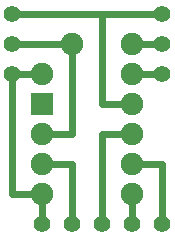
<source format=gtl>
G04 MADE WITH FRITZING*
G04 WWW.FRITZING.ORG*
G04 DOUBLE SIDED*
G04 HOLES PLATED*
G04 CONTOUR ON CENTER OF CONTOUR VECTOR*
%ASAXBY*%
%FSLAX23Y23*%
%MOIN*%
%OFA0B0*%
%SFA1.0B1.0*%
%ADD10C,0.075000*%
%ADD11C,0.055118*%
%ADD12R,0.075000X0.075000*%
%ADD13C,0.024000*%
%LNCOPPER1*%
G90*
G70*
G54D10*
X163Y557D03*
X463Y557D03*
X263Y657D03*
X463Y657D03*
G54D11*
X563Y57D03*
X463Y57D03*
X363Y57D03*
X263Y57D03*
X163Y57D03*
G54D10*
X163Y457D03*
X463Y457D03*
X163Y357D03*
X463Y357D03*
X163Y257D03*
X463Y257D03*
X163Y157D03*
X463Y157D03*
G54D11*
X563Y757D03*
X63Y757D03*
X563Y657D03*
X63Y657D03*
X563Y557D03*
X63Y557D03*
G54D12*
X163Y457D03*
G54D13*
X263Y628D02*
X263Y357D01*
D02*
X263Y357D02*
X192Y357D01*
D02*
X363Y83D02*
X363Y357D01*
D02*
X363Y357D02*
X434Y357D01*
D02*
X463Y83D02*
X463Y157D01*
D02*
X563Y83D02*
X563Y257D01*
D02*
X563Y257D02*
X492Y257D01*
D02*
X163Y57D02*
X163Y157D01*
D02*
X263Y83D02*
X263Y257D01*
D02*
X263Y257D02*
X192Y257D01*
D02*
X536Y757D02*
X90Y757D01*
D02*
X363Y457D02*
X434Y457D01*
D02*
X536Y757D02*
X363Y757D01*
D02*
X363Y757D02*
X363Y457D01*
D02*
X492Y657D02*
X536Y657D01*
D02*
X90Y657D02*
X234Y657D01*
D02*
X492Y557D02*
X536Y557D01*
D02*
X134Y157D02*
X63Y157D01*
D02*
X63Y157D02*
X63Y530D01*
D02*
X90Y557D02*
X134Y557D01*
G04 End of Copper1*
M02*
</source>
